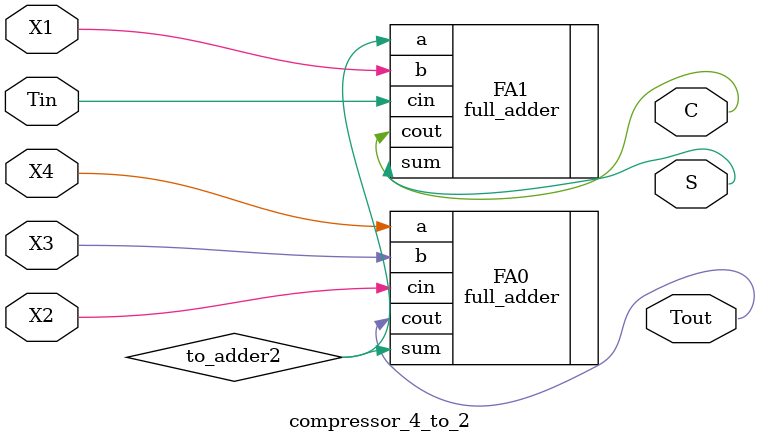
<source format=sv>

module compressor_4_to_2(
	input logic X1,
	input logic X2,
	input logic X3,
	input logic X4,
	input logic Tin,
	output logic S,
	output logic C,
	output logic Tout
);
	
	logic to_adder2;
	
	full_adder FA0 (
					.a(X4),
					.b(X3),
					.cin(X2),
					.sum(to_adder2),
					.cout(Tout)
				);
	full_adder FA1 (
					.a(to_adder2),
					.b(X1),
					.cin(Tin),
					.sum(S),
					.cout(C)
				);
endmodule
</source>
